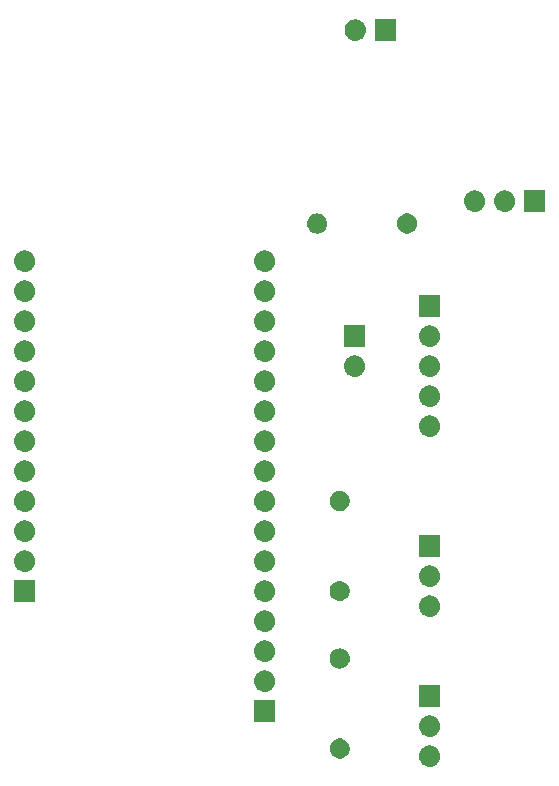
<source format=gbr>
G04 #@! TF.GenerationSoftware,KiCad,Pcbnew,5.0.2-bee76a0~70~ubuntu18.04.1*
G04 #@! TF.CreationDate,2019-07-26T20:49:16-04:00*
G04 #@! TF.ProjectId,knuth-gateway,6b6e7574-682d-4676-9174-657761792e6b,rev?*
G04 #@! TF.SameCoordinates,Original*
G04 #@! TF.FileFunction,Soldermask,Top*
G04 #@! TF.FilePolarity,Negative*
%FSLAX46Y46*%
G04 Gerber Fmt 4.6, Leading zero omitted, Abs format (unit mm)*
G04 Created by KiCad (PCBNEW 5.0.2-bee76a0~70~ubuntu18.04.1) date Fri 26 Jul 2019 08:49:16 PM EDT*
%MOMM*%
%LPD*%
G01*
G04 APERTURE LIST*
%ADD10C,0.100000*%
G04 APERTURE END LIST*
D10*
G36*
X252840442Y-115945518D02*
X252906627Y-115952037D01*
X253019853Y-115986384D01*
X253076467Y-116003557D01*
X253215087Y-116077652D01*
X253232991Y-116087222D01*
X253268729Y-116116552D01*
X253370186Y-116199814D01*
X253443227Y-116288816D01*
X253482778Y-116337009D01*
X253482779Y-116337011D01*
X253566443Y-116493533D01*
X253566443Y-116493534D01*
X253617963Y-116663373D01*
X253635359Y-116840000D01*
X253617963Y-117016627D01*
X253606019Y-117056000D01*
X253566443Y-117186467D01*
X253492348Y-117325087D01*
X253482778Y-117342991D01*
X253453448Y-117378729D01*
X253370186Y-117480186D01*
X253268729Y-117563448D01*
X253232991Y-117592778D01*
X253232989Y-117592779D01*
X253076467Y-117676443D01*
X253019853Y-117693616D01*
X252906627Y-117727963D01*
X252840442Y-117734482D01*
X252774260Y-117741000D01*
X252685740Y-117741000D01*
X252619558Y-117734482D01*
X252553373Y-117727963D01*
X252440147Y-117693616D01*
X252383533Y-117676443D01*
X252227011Y-117592779D01*
X252227009Y-117592778D01*
X252191271Y-117563448D01*
X252089814Y-117480186D01*
X252006552Y-117378729D01*
X251977222Y-117342991D01*
X251967652Y-117325087D01*
X251893557Y-117186467D01*
X251853981Y-117056000D01*
X251842037Y-117016627D01*
X251824641Y-116840000D01*
X251842037Y-116663373D01*
X251893557Y-116493534D01*
X251893557Y-116493533D01*
X251977221Y-116337011D01*
X251977222Y-116337009D01*
X252016773Y-116288816D01*
X252089814Y-116199814D01*
X252191271Y-116116552D01*
X252227009Y-116087222D01*
X252244913Y-116077652D01*
X252383533Y-116003557D01*
X252440147Y-115986384D01*
X252553373Y-115952037D01*
X252619558Y-115945518D01*
X252685740Y-115939000D01*
X252774260Y-115939000D01*
X252840442Y-115945518D01*
X252840442Y-115945518D01*
G37*
G36*
X245358228Y-115386703D02*
X245513100Y-115450853D01*
X245652481Y-115543985D01*
X245771015Y-115662519D01*
X245864147Y-115801900D01*
X245928297Y-115956772D01*
X245961000Y-116121184D01*
X245961000Y-116288816D01*
X245928297Y-116453228D01*
X245864147Y-116608100D01*
X245771015Y-116747481D01*
X245652481Y-116866015D01*
X245513100Y-116959147D01*
X245358228Y-117023297D01*
X245193816Y-117056000D01*
X245026184Y-117056000D01*
X244861772Y-117023297D01*
X244706900Y-116959147D01*
X244567519Y-116866015D01*
X244448985Y-116747481D01*
X244355853Y-116608100D01*
X244291703Y-116453228D01*
X244259000Y-116288816D01*
X244259000Y-116121184D01*
X244291703Y-115956772D01*
X244355853Y-115801900D01*
X244448985Y-115662519D01*
X244567519Y-115543985D01*
X244706900Y-115450853D01*
X244861772Y-115386703D01*
X245026184Y-115354000D01*
X245193816Y-115354000D01*
X245358228Y-115386703D01*
X245358228Y-115386703D01*
G37*
G36*
X252840443Y-113405519D02*
X252906627Y-113412037D01*
X253019853Y-113446384D01*
X253076467Y-113463557D01*
X253215087Y-113537652D01*
X253232991Y-113547222D01*
X253268729Y-113576552D01*
X253370186Y-113659814D01*
X253453448Y-113761271D01*
X253482778Y-113797009D01*
X253482779Y-113797011D01*
X253566443Y-113953533D01*
X253566443Y-113953534D01*
X253617963Y-114123373D01*
X253635359Y-114300000D01*
X253617963Y-114476627D01*
X253583616Y-114589853D01*
X253566443Y-114646467D01*
X253492348Y-114785087D01*
X253482778Y-114802991D01*
X253453448Y-114838729D01*
X253370186Y-114940186D01*
X253268729Y-115023448D01*
X253232991Y-115052778D01*
X253232989Y-115052779D01*
X253076467Y-115136443D01*
X253019853Y-115153616D01*
X252906627Y-115187963D01*
X252840442Y-115194482D01*
X252774260Y-115201000D01*
X252685740Y-115201000D01*
X252619558Y-115194482D01*
X252553373Y-115187963D01*
X252440147Y-115153616D01*
X252383533Y-115136443D01*
X252227011Y-115052779D01*
X252227009Y-115052778D01*
X252191271Y-115023448D01*
X252089814Y-114940186D01*
X252006552Y-114838729D01*
X251977222Y-114802991D01*
X251967652Y-114785087D01*
X251893557Y-114646467D01*
X251876384Y-114589853D01*
X251842037Y-114476627D01*
X251824641Y-114300000D01*
X251842037Y-114123373D01*
X251893557Y-113953534D01*
X251893557Y-113953533D01*
X251977221Y-113797011D01*
X251977222Y-113797009D01*
X252006552Y-113761271D01*
X252089814Y-113659814D01*
X252191271Y-113576552D01*
X252227009Y-113547222D01*
X252244913Y-113537652D01*
X252383533Y-113463557D01*
X252440147Y-113446384D01*
X252553373Y-113412037D01*
X252619557Y-113405519D01*
X252685740Y-113399000D01*
X252774260Y-113399000D01*
X252840443Y-113405519D01*
X252840443Y-113405519D01*
G37*
G36*
X239661000Y-113931000D02*
X237859000Y-113931000D01*
X237859000Y-112129000D01*
X239661000Y-112129000D01*
X239661000Y-113931000D01*
X239661000Y-113931000D01*
G37*
G36*
X253631000Y-112661000D02*
X251829000Y-112661000D01*
X251829000Y-110859000D01*
X253631000Y-110859000D01*
X253631000Y-112661000D01*
X253631000Y-112661000D01*
G37*
G36*
X238870442Y-109595518D02*
X238936627Y-109602037D01*
X239049853Y-109636384D01*
X239106467Y-109653557D01*
X239245087Y-109727652D01*
X239262991Y-109737222D01*
X239298729Y-109766552D01*
X239400186Y-109849814D01*
X239483448Y-109951271D01*
X239512778Y-109987009D01*
X239512779Y-109987011D01*
X239596443Y-110143533D01*
X239596443Y-110143534D01*
X239647963Y-110313373D01*
X239665359Y-110490000D01*
X239647963Y-110666627D01*
X239613616Y-110779853D01*
X239596443Y-110836467D01*
X239522348Y-110975087D01*
X239512778Y-110992991D01*
X239483448Y-111028729D01*
X239400186Y-111130186D01*
X239298729Y-111213448D01*
X239262991Y-111242778D01*
X239262989Y-111242779D01*
X239106467Y-111326443D01*
X239049853Y-111343616D01*
X238936627Y-111377963D01*
X238870443Y-111384481D01*
X238804260Y-111391000D01*
X238715740Y-111391000D01*
X238649557Y-111384481D01*
X238583373Y-111377963D01*
X238470147Y-111343616D01*
X238413533Y-111326443D01*
X238257011Y-111242779D01*
X238257009Y-111242778D01*
X238221271Y-111213448D01*
X238119814Y-111130186D01*
X238036552Y-111028729D01*
X238007222Y-110992991D01*
X237997652Y-110975087D01*
X237923557Y-110836467D01*
X237906384Y-110779853D01*
X237872037Y-110666627D01*
X237854641Y-110490000D01*
X237872037Y-110313373D01*
X237923557Y-110143534D01*
X237923557Y-110143533D01*
X238007221Y-109987011D01*
X238007222Y-109987009D01*
X238036552Y-109951271D01*
X238119814Y-109849814D01*
X238221271Y-109766552D01*
X238257009Y-109737222D01*
X238274913Y-109727652D01*
X238413533Y-109653557D01*
X238470147Y-109636384D01*
X238583373Y-109602037D01*
X238649558Y-109595518D01*
X238715740Y-109589000D01*
X238804260Y-109589000D01*
X238870442Y-109595518D01*
X238870442Y-109595518D01*
G37*
G36*
X245276821Y-107746313D02*
X245276824Y-107746314D01*
X245276825Y-107746314D01*
X245437239Y-107794975D01*
X245437241Y-107794976D01*
X245437244Y-107794977D01*
X245585078Y-107873995D01*
X245714659Y-107980341D01*
X245821005Y-108109922D01*
X245900023Y-108257756D01*
X245948687Y-108418179D01*
X245965117Y-108585000D01*
X245948687Y-108751821D01*
X245948686Y-108751824D01*
X245948686Y-108751825D01*
X245918602Y-108851000D01*
X245900023Y-108912244D01*
X245821005Y-109060078D01*
X245714659Y-109189659D01*
X245585078Y-109296005D01*
X245437244Y-109375023D01*
X245437241Y-109375024D01*
X245437239Y-109375025D01*
X245276825Y-109423686D01*
X245276824Y-109423686D01*
X245276821Y-109423687D01*
X245151804Y-109436000D01*
X245068196Y-109436000D01*
X244943179Y-109423687D01*
X244943176Y-109423686D01*
X244943175Y-109423686D01*
X244782761Y-109375025D01*
X244782759Y-109375024D01*
X244782756Y-109375023D01*
X244634922Y-109296005D01*
X244505341Y-109189659D01*
X244398995Y-109060078D01*
X244319977Y-108912244D01*
X244301399Y-108851000D01*
X244271314Y-108751825D01*
X244271314Y-108751824D01*
X244271313Y-108751821D01*
X244254883Y-108585000D01*
X244271313Y-108418179D01*
X244319977Y-108257756D01*
X244398995Y-108109922D01*
X244505341Y-107980341D01*
X244634922Y-107873995D01*
X244782756Y-107794977D01*
X244782759Y-107794976D01*
X244782761Y-107794975D01*
X244943175Y-107746314D01*
X244943176Y-107746314D01*
X244943179Y-107746313D01*
X245068196Y-107734000D01*
X245151804Y-107734000D01*
X245276821Y-107746313D01*
X245276821Y-107746313D01*
G37*
G36*
X238870442Y-107055518D02*
X238936627Y-107062037D01*
X239049853Y-107096384D01*
X239106467Y-107113557D01*
X239245087Y-107187652D01*
X239262991Y-107197222D01*
X239298729Y-107226552D01*
X239400186Y-107309814D01*
X239483448Y-107411271D01*
X239512778Y-107447009D01*
X239512779Y-107447011D01*
X239596443Y-107603533D01*
X239596443Y-107603534D01*
X239647963Y-107773373D01*
X239665359Y-107950000D01*
X239647963Y-108126627D01*
X239613616Y-108239853D01*
X239596443Y-108296467D01*
X239531388Y-108418175D01*
X239512778Y-108452991D01*
X239483448Y-108488729D01*
X239400186Y-108590186D01*
X239298729Y-108673448D01*
X239262991Y-108702778D01*
X239262989Y-108702779D01*
X239106467Y-108786443D01*
X239049853Y-108803616D01*
X238936627Y-108837963D01*
X238870442Y-108844482D01*
X238804260Y-108851000D01*
X238715740Y-108851000D01*
X238649558Y-108844482D01*
X238583373Y-108837963D01*
X238470147Y-108803616D01*
X238413533Y-108786443D01*
X238257011Y-108702779D01*
X238257009Y-108702778D01*
X238221271Y-108673448D01*
X238119814Y-108590186D01*
X238036552Y-108488729D01*
X238007222Y-108452991D01*
X237988612Y-108418175D01*
X237923557Y-108296467D01*
X237906384Y-108239853D01*
X237872037Y-108126627D01*
X237854641Y-107950000D01*
X237872037Y-107773373D01*
X237923557Y-107603534D01*
X237923557Y-107603533D01*
X238007221Y-107447011D01*
X238007222Y-107447009D01*
X238036552Y-107411271D01*
X238119814Y-107309814D01*
X238221271Y-107226552D01*
X238257009Y-107197222D01*
X238274913Y-107187652D01*
X238413533Y-107113557D01*
X238470147Y-107096384D01*
X238583373Y-107062037D01*
X238649558Y-107055518D01*
X238715740Y-107049000D01*
X238804260Y-107049000D01*
X238870442Y-107055518D01*
X238870442Y-107055518D01*
G37*
G36*
X238870443Y-104515519D02*
X238936627Y-104522037D01*
X239049853Y-104556384D01*
X239106467Y-104573557D01*
X239236363Y-104642989D01*
X239262991Y-104657222D01*
X239298729Y-104686552D01*
X239400186Y-104769814D01*
X239483448Y-104871271D01*
X239512778Y-104907009D01*
X239512779Y-104907011D01*
X239596443Y-105063533D01*
X239596443Y-105063534D01*
X239647963Y-105233373D01*
X239665359Y-105410000D01*
X239647963Y-105586627D01*
X239613616Y-105699853D01*
X239596443Y-105756467D01*
X239522348Y-105895087D01*
X239512778Y-105912991D01*
X239483448Y-105948729D01*
X239400186Y-106050186D01*
X239298729Y-106133448D01*
X239262991Y-106162778D01*
X239262989Y-106162779D01*
X239106467Y-106246443D01*
X239049853Y-106263616D01*
X238936627Y-106297963D01*
X238870442Y-106304482D01*
X238804260Y-106311000D01*
X238715740Y-106311000D01*
X238649558Y-106304482D01*
X238583373Y-106297963D01*
X238470147Y-106263616D01*
X238413533Y-106246443D01*
X238257011Y-106162779D01*
X238257009Y-106162778D01*
X238221271Y-106133448D01*
X238119814Y-106050186D01*
X238036552Y-105948729D01*
X238007222Y-105912991D01*
X237997652Y-105895087D01*
X237923557Y-105756467D01*
X237906384Y-105699853D01*
X237872037Y-105586627D01*
X237854641Y-105410000D01*
X237872037Y-105233373D01*
X237923557Y-105063534D01*
X237923557Y-105063533D01*
X238007221Y-104907011D01*
X238007222Y-104907009D01*
X238036552Y-104871271D01*
X238119814Y-104769814D01*
X238221271Y-104686552D01*
X238257009Y-104657222D01*
X238283637Y-104642989D01*
X238413533Y-104573557D01*
X238470147Y-104556384D01*
X238583373Y-104522037D01*
X238649557Y-104515519D01*
X238715740Y-104509000D01*
X238804260Y-104509000D01*
X238870443Y-104515519D01*
X238870443Y-104515519D01*
G37*
G36*
X252840443Y-103245519D02*
X252906627Y-103252037D01*
X253019853Y-103286384D01*
X253076467Y-103303557D01*
X253154146Y-103345078D01*
X253232991Y-103387222D01*
X253268729Y-103416552D01*
X253370186Y-103499814D01*
X253453448Y-103601271D01*
X253482778Y-103637009D01*
X253482779Y-103637011D01*
X253566443Y-103793533D01*
X253566443Y-103793534D01*
X253617963Y-103963373D01*
X253635359Y-104140000D01*
X253617963Y-104316627D01*
X253583616Y-104429853D01*
X253566443Y-104486467D01*
X253547430Y-104522037D01*
X253482778Y-104642991D01*
X253453448Y-104678729D01*
X253370186Y-104780186D01*
X253268729Y-104863448D01*
X253232991Y-104892778D01*
X253232989Y-104892779D01*
X253076467Y-104976443D01*
X253019853Y-104993616D01*
X252906627Y-105027963D01*
X252840442Y-105034482D01*
X252774260Y-105041000D01*
X252685740Y-105041000D01*
X252619557Y-105034481D01*
X252553373Y-105027963D01*
X252440147Y-104993616D01*
X252383533Y-104976443D01*
X252227011Y-104892779D01*
X252227009Y-104892778D01*
X252191271Y-104863448D01*
X252089814Y-104780186D01*
X252006552Y-104678729D01*
X251977222Y-104642991D01*
X251912570Y-104522037D01*
X251893557Y-104486467D01*
X251876384Y-104429853D01*
X251842037Y-104316627D01*
X251824641Y-104140000D01*
X251842037Y-103963373D01*
X251893557Y-103793534D01*
X251893557Y-103793533D01*
X251977221Y-103637011D01*
X251977222Y-103637009D01*
X252006552Y-103601271D01*
X252089814Y-103499814D01*
X252191271Y-103416552D01*
X252227009Y-103387222D01*
X252305854Y-103345078D01*
X252383533Y-103303557D01*
X252440147Y-103286384D01*
X252553373Y-103252037D01*
X252619558Y-103245518D01*
X252685740Y-103239000D01*
X252774260Y-103239000D01*
X252840443Y-103245519D01*
X252840443Y-103245519D01*
G37*
G36*
X219341000Y-103771000D02*
X217539000Y-103771000D01*
X217539000Y-101969000D01*
X219341000Y-101969000D01*
X219341000Y-103771000D01*
X219341000Y-103771000D01*
G37*
G36*
X238870442Y-101975518D02*
X238936627Y-101982037D01*
X239049853Y-102016384D01*
X239106467Y-102033557D01*
X239193311Y-102079977D01*
X239262991Y-102117222D01*
X239298729Y-102146552D01*
X239400186Y-102229814D01*
X239483448Y-102331271D01*
X239512778Y-102367009D01*
X239512779Y-102367011D01*
X239596443Y-102523533D01*
X239613616Y-102580147D01*
X239647963Y-102693373D01*
X239665359Y-102870000D01*
X239647963Y-103046627D01*
X239613616Y-103159853D01*
X239596443Y-103216467D01*
X239577430Y-103252037D01*
X239512778Y-103372991D01*
X239483448Y-103408729D01*
X239400186Y-103510186D01*
X239298729Y-103593448D01*
X239262991Y-103622778D01*
X239262989Y-103622779D01*
X239106467Y-103706443D01*
X239099069Y-103708687D01*
X238936627Y-103757963D01*
X238870443Y-103764481D01*
X238804260Y-103771000D01*
X238715740Y-103771000D01*
X238649557Y-103764481D01*
X238583373Y-103757963D01*
X238420931Y-103708687D01*
X238413533Y-103706443D01*
X238257011Y-103622779D01*
X238257009Y-103622778D01*
X238221271Y-103593448D01*
X238119814Y-103510186D01*
X238036552Y-103408729D01*
X238007222Y-103372991D01*
X237942570Y-103252037D01*
X237923557Y-103216467D01*
X237906384Y-103159853D01*
X237872037Y-103046627D01*
X237854641Y-102870000D01*
X237872037Y-102693373D01*
X237906384Y-102580147D01*
X237923557Y-102523533D01*
X238007221Y-102367011D01*
X238007222Y-102367009D01*
X238036552Y-102331271D01*
X238119814Y-102229814D01*
X238221271Y-102146552D01*
X238257009Y-102117222D01*
X238326689Y-102079977D01*
X238413533Y-102033557D01*
X238470147Y-102016384D01*
X238583373Y-101982037D01*
X238649558Y-101975518D01*
X238715740Y-101969000D01*
X238804260Y-101969000D01*
X238870442Y-101975518D01*
X238870442Y-101975518D01*
G37*
G36*
X245276821Y-102031313D02*
X245276824Y-102031314D01*
X245276825Y-102031314D01*
X245437239Y-102079975D01*
X245437241Y-102079976D01*
X245437244Y-102079977D01*
X245585078Y-102158995D01*
X245714659Y-102265341D01*
X245821005Y-102394922D01*
X245900023Y-102542756D01*
X245900024Y-102542759D01*
X245900025Y-102542761D01*
X245945713Y-102693375D01*
X245948687Y-102703179D01*
X245965117Y-102870000D01*
X245948687Y-103036821D01*
X245948686Y-103036824D01*
X245948686Y-103036825D01*
X245945713Y-103046627D01*
X245900023Y-103197244D01*
X245821005Y-103345078D01*
X245714659Y-103474659D01*
X245585078Y-103581005D01*
X245437244Y-103660023D01*
X245437241Y-103660024D01*
X245437239Y-103660025D01*
X245276825Y-103708686D01*
X245276824Y-103708686D01*
X245276821Y-103708687D01*
X245151804Y-103721000D01*
X245068196Y-103721000D01*
X244943179Y-103708687D01*
X244943176Y-103708686D01*
X244943175Y-103708686D01*
X244782761Y-103660025D01*
X244782759Y-103660024D01*
X244782756Y-103660023D01*
X244634922Y-103581005D01*
X244505341Y-103474659D01*
X244398995Y-103345078D01*
X244319977Y-103197244D01*
X244274288Y-103046627D01*
X244271314Y-103036825D01*
X244271314Y-103036824D01*
X244271313Y-103036821D01*
X244254883Y-102870000D01*
X244271313Y-102703179D01*
X244274287Y-102693375D01*
X244319975Y-102542761D01*
X244319976Y-102542759D01*
X244319977Y-102542756D01*
X244398995Y-102394922D01*
X244505341Y-102265341D01*
X244634922Y-102158995D01*
X244782756Y-102079977D01*
X244782759Y-102079976D01*
X244782761Y-102079975D01*
X244943175Y-102031314D01*
X244943176Y-102031314D01*
X244943179Y-102031313D01*
X245068196Y-102019000D01*
X245151804Y-102019000D01*
X245276821Y-102031313D01*
X245276821Y-102031313D01*
G37*
G36*
X252840443Y-100705519D02*
X252906627Y-100712037D01*
X253019853Y-100746384D01*
X253076467Y-100763557D01*
X253206363Y-100832989D01*
X253232991Y-100847222D01*
X253268729Y-100876552D01*
X253370186Y-100959814D01*
X253453448Y-101061271D01*
X253482778Y-101097009D01*
X253482779Y-101097011D01*
X253566443Y-101253533D01*
X253566443Y-101253534D01*
X253617963Y-101423373D01*
X253635359Y-101600000D01*
X253617963Y-101776627D01*
X253583616Y-101889853D01*
X253566443Y-101946467D01*
X253519892Y-102033557D01*
X253482778Y-102102991D01*
X253453448Y-102138729D01*
X253370186Y-102240186D01*
X253268729Y-102323448D01*
X253232991Y-102352778D01*
X253232989Y-102352779D01*
X253076467Y-102436443D01*
X253019853Y-102453616D01*
X252906627Y-102487963D01*
X252840442Y-102494482D01*
X252774260Y-102501000D01*
X252685740Y-102501000D01*
X252619558Y-102494482D01*
X252553373Y-102487963D01*
X252440147Y-102453616D01*
X252383533Y-102436443D01*
X252227011Y-102352779D01*
X252227009Y-102352778D01*
X252191271Y-102323448D01*
X252089814Y-102240186D01*
X252006552Y-102138729D01*
X251977222Y-102102991D01*
X251940108Y-102033557D01*
X251893557Y-101946467D01*
X251876384Y-101889853D01*
X251842037Y-101776627D01*
X251824641Y-101600000D01*
X251842037Y-101423373D01*
X251893557Y-101253534D01*
X251893557Y-101253533D01*
X251977221Y-101097011D01*
X251977222Y-101097009D01*
X252006552Y-101061271D01*
X252089814Y-100959814D01*
X252191271Y-100876552D01*
X252227009Y-100847222D01*
X252253637Y-100832989D01*
X252383533Y-100763557D01*
X252440147Y-100746384D01*
X252553373Y-100712037D01*
X252619557Y-100705519D01*
X252685740Y-100699000D01*
X252774260Y-100699000D01*
X252840443Y-100705519D01*
X252840443Y-100705519D01*
G37*
G36*
X218550443Y-99435519D02*
X218616627Y-99442037D01*
X218729853Y-99476384D01*
X218786467Y-99493557D01*
X218925087Y-99567652D01*
X218942991Y-99577222D01*
X218978729Y-99606552D01*
X219080186Y-99689814D01*
X219163448Y-99791271D01*
X219192778Y-99827009D01*
X219192779Y-99827011D01*
X219276443Y-99983533D01*
X219276443Y-99983534D01*
X219327963Y-100153373D01*
X219345359Y-100330000D01*
X219327963Y-100506627D01*
X219293616Y-100619853D01*
X219276443Y-100676467D01*
X219257430Y-100712037D01*
X219192778Y-100832991D01*
X219163448Y-100868729D01*
X219080186Y-100970186D01*
X218978729Y-101053448D01*
X218942991Y-101082778D01*
X218942989Y-101082779D01*
X218786467Y-101166443D01*
X218729853Y-101183616D01*
X218616627Y-101217963D01*
X218550443Y-101224481D01*
X218484260Y-101231000D01*
X218395740Y-101231000D01*
X218329558Y-101224482D01*
X218263373Y-101217963D01*
X218150147Y-101183616D01*
X218093533Y-101166443D01*
X217937011Y-101082779D01*
X217937009Y-101082778D01*
X217901271Y-101053448D01*
X217799814Y-100970186D01*
X217716552Y-100868729D01*
X217687222Y-100832991D01*
X217622570Y-100712037D01*
X217603557Y-100676467D01*
X217586384Y-100619853D01*
X217552037Y-100506627D01*
X217534641Y-100330000D01*
X217552037Y-100153373D01*
X217603557Y-99983534D01*
X217603557Y-99983533D01*
X217687221Y-99827011D01*
X217687222Y-99827009D01*
X217716552Y-99791271D01*
X217799814Y-99689814D01*
X217901271Y-99606552D01*
X217937009Y-99577222D01*
X217954913Y-99567652D01*
X218093533Y-99493557D01*
X218150147Y-99476384D01*
X218263373Y-99442037D01*
X218329558Y-99435518D01*
X218395740Y-99429000D01*
X218484260Y-99429000D01*
X218550443Y-99435519D01*
X218550443Y-99435519D01*
G37*
G36*
X238870443Y-99435519D02*
X238936627Y-99442037D01*
X239049853Y-99476384D01*
X239106467Y-99493557D01*
X239245087Y-99567652D01*
X239262991Y-99577222D01*
X239298729Y-99606552D01*
X239400186Y-99689814D01*
X239483448Y-99791271D01*
X239512778Y-99827009D01*
X239512779Y-99827011D01*
X239596443Y-99983533D01*
X239596443Y-99983534D01*
X239647963Y-100153373D01*
X239665359Y-100330000D01*
X239647963Y-100506627D01*
X239613616Y-100619853D01*
X239596443Y-100676467D01*
X239577430Y-100712037D01*
X239512778Y-100832991D01*
X239483448Y-100868729D01*
X239400186Y-100970186D01*
X239298729Y-101053448D01*
X239262991Y-101082778D01*
X239262989Y-101082779D01*
X239106467Y-101166443D01*
X239049853Y-101183616D01*
X238936627Y-101217963D01*
X238870443Y-101224481D01*
X238804260Y-101231000D01*
X238715740Y-101231000D01*
X238649558Y-101224482D01*
X238583373Y-101217963D01*
X238470147Y-101183616D01*
X238413533Y-101166443D01*
X238257011Y-101082779D01*
X238257009Y-101082778D01*
X238221271Y-101053448D01*
X238119814Y-100970186D01*
X238036552Y-100868729D01*
X238007222Y-100832991D01*
X237942570Y-100712037D01*
X237923557Y-100676467D01*
X237906384Y-100619853D01*
X237872037Y-100506627D01*
X237854641Y-100330000D01*
X237872037Y-100153373D01*
X237923557Y-99983534D01*
X237923557Y-99983533D01*
X238007221Y-99827011D01*
X238007222Y-99827009D01*
X238036552Y-99791271D01*
X238119814Y-99689814D01*
X238221271Y-99606552D01*
X238257009Y-99577222D01*
X238274913Y-99567652D01*
X238413533Y-99493557D01*
X238470147Y-99476384D01*
X238583373Y-99442037D01*
X238649558Y-99435518D01*
X238715740Y-99429000D01*
X238804260Y-99429000D01*
X238870443Y-99435519D01*
X238870443Y-99435519D01*
G37*
G36*
X253631000Y-99961000D02*
X251829000Y-99961000D01*
X251829000Y-98159000D01*
X253631000Y-98159000D01*
X253631000Y-99961000D01*
X253631000Y-99961000D01*
G37*
G36*
X218550442Y-96895518D02*
X218616627Y-96902037D01*
X218729853Y-96936384D01*
X218786467Y-96953557D01*
X218925087Y-97027652D01*
X218942991Y-97037222D01*
X218978729Y-97066552D01*
X219080186Y-97149814D01*
X219163448Y-97251271D01*
X219192778Y-97287009D01*
X219192779Y-97287011D01*
X219276443Y-97443533D01*
X219276443Y-97443534D01*
X219327963Y-97613373D01*
X219345359Y-97790000D01*
X219327963Y-97966627D01*
X219293616Y-98079853D01*
X219276443Y-98136467D01*
X219202348Y-98275087D01*
X219192778Y-98292991D01*
X219163448Y-98328729D01*
X219080186Y-98430186D01*
X218978729Y-98513448D01*
X218942991Y-98542778D01*
X218942989Y-98542779D01*
X218786467Y-98626443D01*
X218729853Y-98643616D01*
X218616627Y-98677963D01*
X218550442Y-98684482D01*
X218484260Y-98691000D01*
X218395740Y-98691000D01*
X218329558Y-98684482D01*
X218263373Y-98677963D01*
X218150147Y-98643616D01*
X218093533Y-98626443D01*
X217937011Y-98542779D01*
X217937009Y-98542778D01*
X217901271Y-98513448D01*
X217799814Y-98430186D01*
X217716552Y-98328729D01*
X217687222Y-98292991D01*
X217677652Y-98275087D01*
X217603557Y-98136467D01*
X217586384Y-98079853D01*
X217552037Y-97966627D01*
X217534641Y-97790000D01*
X217552037Y-97613373D01*
X217603557Y-97443534D01*
X217603557Y-97443533D01*
X217687221Y-97287011D01*
X217687222Y-97287009D01*
X217716552Y-97251271D01*
X217799814Y-97149814D01*
X217901271Y-97066552D01*
X217937009Y-97037222D01*
X217954913Y-97027652D01*
X218093533Y-96953557D01*
X218150147Y-96936384D01*
X218263373Y-96902037D01*
X218329558Y-96895518D01*
X218395740Y-96889000D01*
X218484260Y-96889000D01*
X218550442Y-96895518D01*
X218550442Y-96895518D01*
G37*
G36*
X238870442Y-96895518D02*
X238936627Y-96902037D01*
X239049853Y-96936384D01*
X239106467Y-96953557D01*
X239245087Y-97027652D01*
X239262991Y-97037222D01*
X239298729Y-97066552D01*
X239400186Y-97149814D01*
X239483448Y-97251271D01*
X239512778Y-97287009D01*
X239512779Y-97287011D01*
X239596443Y-97443533D01*
X239596443Y-97443534D01*
X239647963Y-97613373D01*
X239665359Y-97790000D01*
X239647963Y-97966627D01*
X239613616Y-98079853D01*
X239596443Y-98136467D01*
X239522348Y-98275087D01*
X239512778Y-98292991D01*
X239483448Y-98328729D01*
X239400186Y-98430186D01*
X239298729Y-98513448D01*
X239262991Y-98542778D01*
X239262989Y-98542779D01*
X239106467Y-98626443D01*
X239049853Y-98643616D01*
X238936627Y-98677963D01*
X238870442Y-98684482D01*
X238804260Y-98691000D01*
X238715740Y-98691000D01*
X238649558Y-98684482D01*
X238583373Y-98677963D01*
X238470147Y-98643616D01*
X238413533Y-98626443D01*
X238257011Y-98542779D01*
X238257009Y-98542778D01*
X238221271Y-98513448D01*
X238119814Y-98430186D01*
X238036552Y-98328729D01*
X238007222Y-98292991D01*
X237997652Y-98275087D01*
X237923557Y-98136467D01*
X237906384Y-98079853D01*
X237872037Y-97966627D01*
X237854641Y-97790000D01*
X237872037Y-97613373D01*
X237923557Y-97443534D01*
X237923557Y-97443533D01*
X238007221Y-97287011D01*
X238007222Y-97287009D01*
X238036552Y-97251271D01*
X238119814Y-97149814D01*
X238221271Y-97066552D01*
X238257009Y-97037222D01*
X238274913Y-97027652D01*
X238413533Y-96953557D01*
X238470147Y-96936384D01*
X238583373Y-96902037D01*
X238649558Y-96895518D01*
X238715740Y-96889000D01*
X238804260Y-96889000D01*
X238870442Y-96895518D01*
X238870442Y-96895518D01*
G37*
G36*
X218550442Y-94355518D02*
X218616627Y-94362037D01*
X218729853Y-94396384D01*
X218786467Y-94413557D01*
X218925087Y-94487652D01*
X218942991Y-94497222D01*
X218978729Y-94526552D01*
X219080186Y-94609814D01*
X219160369Y-94707519D01*
X219192778Y-94747009D01*
X219192779Y-94747011D01*
X219276443Y-94903533D01*
X219276443Y-94903534D01*
X219327963Y-95073373D01*
X219345359Y-95250000D01*
X219327963Y-95426627D01*
X219306243Y-95498228D01*
X219276443Y-95596467D01*
X219202348Y-95735087D01*
X219192778Y-95752991D01*
X219163448Y-95788729D01*
X219080186Y-95890186D01*
X218978729Y-95973448D01*
X218942991Y-96002778D01*
X218942989Y-96002779D01*
X218786467Y-96086443D01*
X218738478Y-96101000D01*
X218616627Y-96137963D01*
X218550443Y-96144481D01*
X218484260Y-96151000D01*
X218395740Y-96151000D01*
X218329558Y-96144482D01*
X218263373Y-96137963D01*
X218141522Y-96101000D01*
X218093533Y-96086443D01*
X217937011Y-96002779D01*
X217937009Y-96002778D01*
X217901271Y-95973448D01*
X217799814Y-95890186D01*
X217716552Y-95788729D01*
X217687222Y-95752991D01*
X217677652Y-95735087D01*
X217603557Y-95596467D01*
X217573757Y-95498228D01*
X217552037Y-95426627D01*
X217534641Y-95250000D01*
X217552037Y-95073373D01*
X217603557Y-94903534D01*
X217603557Y-94903533D01*
X217687221Y-94747011D01*
X217687222Y-94747009D01*
X217719631Y-94707519D01*
X217799814Y-94609814D01*
X217901271Y-94526552D01*
X217937009Y-94497222D01*
X217954913Y-94487652D01*
X218093533Y-94413557D01*
X218150147Y-94396384D01*
X218263373Y-94362037D01*
X218329557Y-94355519D01*
X218395740Y-94349000D01*
X218484260Y-94349000D01*
X218550442Y-94355518D01*
X218550442Y-94355518D01*
G37*
G36*
X238870442Y-94355518D02*
X238936627Y-94362037D01*
X239049853Y-94396384D01*
X239106467Y-94413557D01*
X239245087Y-94487652D01*
X239262991Y-94497222D01*
X239298729Y-94526552D01*
X239400186Y-94609814D01*
X239480369Y-94707519D01*
X239512778Y-94747009D01*
X239512779Y-94747011D01*
X239596443Y-94903533D01*
X239596443Y-94903534D01*
X239647963Y-95073373D01*
X239665359Y-95250000D01*
X239647963Y-95426627D01*
X239626243Y-95498228D01*
X239596443Y-95596467D01*
X239522348Y-95735087D01*
X239512778Y-95752991D01*
X239483448Y-95788729D01*
X239400186Y-95890186D01*
X239298729Y-95973448D01*
X239262991Y-96002778D01*
X239262989Y-96002779D01*
X239106467Y-96086443D01*
X239058478Y-96101000D01*
X238936627Y-96137963D01*
X238870443Y-96144481D01*
X238804260Y-96151000D01*
X238715740Y-96151000D01*
X238649558Y-96144482D01*
X238583373Y-96137963D01*
X238461522Y-96101000D01*
X238413533Y-96086443D01*
X238257011Y-96002779D01*
X238257009Y-96002778D01*
X238221271Y-95973448D01*
X238119814Y-95890186D01*
X238036552Y-95788729D01*
X238007222Y-95752991D01*
X237997652Y-95735087D01*
X237923557Y-95596467D01*
X237893757Y-95498228D01*
X237872037Y-95426627D01*
X237854641Y-95250000D01*
X237872037Y-95073373D01*
X237923557Y-94903534D01*
X237923557Y-94903533D01*
X238007221Y-94747011D01*
X238007222Y-94747009D01*
X238039631Y-94707519D01*
X238119814Y-94609814D01*
X238221271Y-94526552D01*
X238257009Y-94497222D01*
X238274913Y-94487652D01*
X238413533Y-94413557D01*
X238470147Y-94396384D01*
X238583373Y-94362037D01*
X238649557Y-94355519D01*
X238715740Y-94349000D01*
X238804260Y-94349000D01*
X238870442Y-94355518D01*
X238870442Y-94355518D01*
G37*
G36*
X245358228Y-94431703D02*
X245513100Y-94495853D01*
X245652481Y-94588985D01*
X245771015Y-94707519D01*
X245864147Y-94846900D01*
X245928297Y-95001772D01*
X245961000Y-95166184D01*
X245961000Y-95333816D01*
X245928297Y-95498228D01*
X245864147Y-95653100D01*
X245771015Y-95792481D01*
X245652481Y-95911015D01*
X245513100Y-96004147D01*
X245358228Y-96068297D01*
X245193816Y-96101000D01*
X245026184Y-96101000D01*
X244861772Y-96068297D01*
X244706900Y-96004147D01*
X244567519Y-95911015D01*
X244448985Y-95792481D01*
X244355853Y-95653100D01*
X244291703Y-95498228D01*
X244259000Y-95333816D01*
X244259000Y-95166184D01*
X244291703Y-95001772D01*
X244355853Y-94846900D01*
X244448985Y-94707519D01*
X244567519Y-94588985D01*
X244706900Y-94495853D01*
X244861772Y-94431703D01*
X245026184Y-94399000D01*
X245193816Y-94399000D01*
X245358228Y-94431703D01*
X245358228Y-94431703D01*
G37*
G36*
X218550442Y-91815518D02*
X218616627Y-91822037D01*
X218729853Y-91856384D01*
X218786467Y-91873557D01*
X218925087Y-91947652D01*
X218942991Y-91957222D01*
X218978729Y-91986552D01*
X219080186Y-92069814D01*
X219163448Y-92171271D01*
X219192778Y-92207009D01*
X219192779Y-92207011D01*
X219276443Y-92363533D01*
X219276443Y-92363534D01*
X219327963Y-92533373D01*
X219345359Y-92710000D01*
X219327963Y-92886627D01*
X219293616Y-92999853D01*
X219276443Y-93056467D01*
X219202348Y-93195087D01*
X219192778Y-93212991D01*
X219163448Y-93248729D01*
X219080186Y-93350186D01*
X218978729Y-93433448D01*
X218942991Y-93462778D01*
X218942989Y-93462779D01*
X218786467Y-93546443D01*
X218729853Y-93563616D01*
X218616627Y-93597963D01*
X218550442Y-93604482D01*
X218484260Y-93611000D01*
X218395740Y-93611000D01*
X218329557Y-93604481D01*
X218263373Y-93597963D01*
X218150147Y-93563616D01*
X218093533Y-93546443D01*
X217937011Y-93462779D01*
X217937009Y-93462778D01*
X217901271Y-93433448D01*
X217799814Y-93350186D01*
X217716552Y-93248729D01*
X217687222Y-93212991D01*
X217677652Y-93195087D01*
X217603557Y-93056467D01*
X217586384Y-92999853D01*
X217552037Y-92886627D01*
X217534641Y-92710000D01*
X217552037Y-92533373D01*
X217603557Y-92363534D01*
X217603557Y-92363533D01*
X217687221Y-92207011D01*
X217687222Y-92207009D01*
X217716552Y-92171271D01*
X217799814Y-92069814D01*
X217901271Y-91986552D01*
X217937009Y-91957222D01*
X217954913Y-91947652D01*
X218093533Y-91873557D01*
X218150147Y-91856384D01*
X218263373Y-91822037D01*
X218329558Y-91815518D01*
X218395740Y-91809000D01*
X218484260Y-91809000D01*
X218550442Y-91815518D01*
X218550442Y-91815518D01*
G37*
G36*
X238870442Y-91815518D02*
X238936627Y-91822037D01*
X239049853Y-91856384D01*
X239106467Y-91873557D01*
X239245087Y-91947652D01*
X239262991Y-91957222D01*
X239298729Y-91986552D01*
X239400186Y-92069814D01*
X239483448Y-92171271D01*
X239512778Y-92207009D01*
X239512779Y-92207011D01*
X239596443Y-92363533D01*
X239596443Y-92363534D01*
X239647963Y-92533373D01*
X239665359Y-92710000D01*
X239647963Y-92886627D01*
X239613616Y-92999853D01*
X239596443Y-93056467D01*
X239522348Y-93195087D01*
X239512778Y-93212991D01*
X239483448Y-93248729D01*
X239400186Y-93350186D01*
X239298729Y-93433448D01*
X239262991Y-93462778D01*
X239262989Y-93462779D01*
X239106467Y-93546443D01*
X239049853Y-93563616D01*
X238936627Y-93597963D01*
X238870442Y-93604482D01*
X238804260Y-93611000D01*
X238715740Y-93611000D01*
X238649557Y-93604481D01*
X238583373Y-93597963D01*
X238470147Y-93563616D01*
X238413533Y-93546443D01*
X238257011Y-93462779D01*
X238257009Y-93462778D01*
X238221271Y-93433448D01*
X238119814Y-93350186D01*
X238036552Y-93248729D01*
X238007222Y-93212991D01*
X237997652Y-93195087D01*
X237923557Y-93056467D01*
X237906384Y-92999853D01*
X237872037Y-92886627D01*
X237854641Y-92710000D01*
X237872037Y-92533373D01*
X237923557Y-92363534D01*
X237923557Y-92363533D01*
X238007221Y-92207011D01*
X238007222Y-92207009D01*
X238036552Y-92171271D01*
X238119814Y-92069814D01*
X238221271Y-91986552D01*
X238257009Y-91957222D01*
X238274913Y-91947652D01*
X238413533Y-91873557D01*
X238470147Y-91856384D01*
X238583373Y-91822037D01*
X238649558Y-91815518D01*
X238715740Y-91809000D01*
X238804260Y-91809000D01*
X238870442Y-91815518D01*
X238870442Y-91815518D01*
G37*
G36*
X218550443Y-89275519D02*
X218616627Y-89282037D01*
X218729853Y-89316384D01*
X218786467Y-89333557D01*
X218916363Y-89402989D01*
X218942991Y-89417222D01*
X218978729Y-89446552D01*
X219080186Y-89529814D01*
X219163448Y-89631271D01*
X219192778Y-89667009D01*
X219192779Y-89667011D01*
X219276443Y-89823533D01*
X219276443Y-89823534D01*
X219327963Y-89993373D01*
X219345359Y-90170000D01*
X219327963Y-90346627D01*
X219293616Y-90459853D01*
X219276443Y-90516467D01*
X219202348Y-90655087D01*
X219192778Y-90672991D01*
X219163448Y-90708729D01*
X219080186Y-90810186D01*
X218978729Y-90893448D01*
X218942991Y-90922778D01*
X218942989Y-90922779D01*
X218786467Y-91006443D01*
X218729853Y-91023616D01*
X218616627Y-91057963D01*
X218550442Y-91064482D01*
X218484260Y-91071000D01*
X218395740Y-91071000D01*
X218329558Y-91064482D01*
X218263373Y-91057963D01*
X218150147Y-91023616D01*
X218093533Y-91006443D01*
X217937011Y-90922779D01*
X217937009Y-90922778D01*
X217901271Y-90893448D01*
X217799814Y-90810186D01*
X217716552Y-90708729D01*
X217687222Y-90672991D01*
X217677652Y-90655087D01*
X217603557Y-90516467D01*
X217586384Y-90459853D01*
X217552037Y-90346627D01*
X217534641Y-90170000D01*
X217552037Y-89993373D01*
X217603557Y-89823534D01*
X217603557Y-89823533D01*
X217687221Y-89667011D01*
X217687222Y-89667009D01*
X217716552Y-89631271D01*
X217799814Y-89529814D01*
X217901271Y-89446552D01*
X217937009Y-89417222D01*
X217963637Y-89402989D01*
X218093533Y-89333557D01*
X218150147Y-89316384D01*
X218263373Y-89282037D01*
X218329557Y-89275519D01*
X218395740Y-89269000D01*
X218484260Y-89269000D01*
X218550443Y-89275519D01*
X218550443Y-89275519D01*
G37*
G36*
X238870443Y-89275519D02*
X238936627Y-89282037D01*
X239049853Y-89316384D01*
X239106467Y-89333557D01*
X239236363Y-89402989D01*
X239262991Y-89417222D01*
X239298729Y-89446552D01*
X239400186Y-89529814D01*
X239483448Y-89631271D01*
X239512778Y-89667009D01*
X239512779Y-89667011D01*
X239596443Y-89823533D01*
X239596443Y-89823534D01*
X239647963Y-89993373D01*
X239665359Y-90170000D01*
X239647963Y-90346627D01*
X239613616Y-90459853D01*
X239596443Y-90516467D01*
X239522348Y-90655087D01*
X239512778Y-90672991D01*
X239483448Y-90708729D01*
X239400186Y-90810186D01*
X239298729Y-90893448D01*
X239262991Y-90922778D01*
X239262989Y-90922779D01*
X239106467Y-91006443D01*
X239049853Y-91023616D01*
X238936627Y-91057963D01*
X238870442Y-91064482D01*
X238804260Y-91071000D01*
X238715740Y-91071000D01*
X238649558Y-91064482D01*
X238583373Y-91057963D01*
X238470147Y-91023616D01*
X238413533Y-91006443D01*
X238257011Y-90922779D01*
X238257009Y-90922778D01*
X238221271Y-90893448D01*
X238119814Y-90810186D01*
X238036552Y-90708729D01*
X238007222Y-90672991D01*
X237997652Y-90655087D01*
X237923557Y-90516467D01*
X237906384Y-90459853D01*
X237872037Y-90346627D01*
X237854641Y-90170000D01*
X237872037Y-89993373D01*
X237923557Y-89823534D01*
X237923557Y-89823533D01*
X238007221Y-89667011D01*
X238007222Y-89667009D01*
X238036552Y-89631271D01*
X238119814Y-89529814D01*
X238221271Y-89446552D01*
X238257009Y-89417222D01*
X238283637Y-89402989D01*
X238413533Y-89333557D01*
X238470147Y-89316384D01*
X238583373Y-89282037D01*
X238649557Y-89275519D01*
X238715740Y-89269000D01*
X238804260Y-89269000D01*
X238870443Y-89275519D01*
X238870443Y-89275519D01*
G37*
G36*
X252840443Y-88005519D02*
X252906627Y-88012037D01*
X253019853Y-88046384D01*
X253076467Y-88063557D01*
X253206363Y-88132989D01*
X253232991Y-88147222D01*
X253268729Y-88176552D01*
X253370186Y-88259814D01*
X253453448Y-88361271D01*
X253482778Y-88397009D01*
X253482779Y-88397011D01*
X253566443Y-88553533D01*
X253566443Y-88553534D01*
X253617963Y-88723373D01*
X253635359Y-88900000D01*
X253617963Y-89076627D01*
X253583616Y-89189853D01*
X253566443Y-89246467D01*
X253547430Y-89282037D01*
X253482778Y-89402991D01*
X253453448Y-89438729D01*
X253370186Y-89540186D01*
X253268729Y-89623448D01*
X253232991Y-89652778D01*
X253232989Y-89652779D01*
X253076467Y-89736443D01*
X253019853Y-89753616D01*
X252906627Y-89787963D01*
X252840443Y-89794481D01*
X252774260Y-89801000D01*
X252685740Y-89801000D01*
X252619557Y-89794481D01*
X252553373Y-89787963D01*
X252440147Y-89753616D01*
X252383533Y-89736443D01*
X252227011Y-89652779D01*
X252227009Y-89652778D01*
X252191271Y-89623448D01*
X252089814Y-89540186D01*
X252006552Y-89438729D01*
X251977222Y-89402991D01*
X251912570Y-89282037D01*
X251893557Y-89246467D01*
X251876384Y-89189853D01*
X251842037Y-89076627D01*
X251824641Y-88900000D01*
X251842037Y-88723373D01*
X251893557Y-88553534D01*
X251893557Y-88553533D01*
X251977221Y-88397011D01*
X251977222Y-88397009D01*
X252006552Y-88361271D01*
X252089814Y-88259814D01*
X252191271Y-88176552D01*
X252227009Y-88147222D01*
X252253637Y-88132989D01*
X252383533Y-88063557D01*
X252440147Y-88046384D01*
X252553373Y-88012037D01*
X252619558Y-88005518D01*
X252685740Y-87999000D01*
X252774260Y-87999000D01*
X252840443Y-88005519D01*
X252840443Y-88005519D01*
G37*
G36*
X238870442Y-86735518D02*
X238936627Y-86742037D01*
X239049853Y-86776384D01*
X239106467Y-86793557D01*
X239236363Y-86862989D01*
X239262991Y-86877222D01*
X239298729Y-86906552D01*
X239400186Y-86989814D01*
X239483448Y-87091271D01*
X239512778Y-87127009D01*
X239512779Y-87127011D01*
X239596443Y-87283533D01*
X239596443Y-87283534D01*
X239647963Y-87453373D01*
X239665359Y-87630000D01*
X239647963Y-87806627D01*
X239613616Y-87919853D01*
X239596443Y-87976467D01*
X239577430Y-88012037D01*
X239512778Y-88132991D01*
X239483448Y-88168729D01*
X239400186Y-88270186D01*
X239298729Y-88353448D01*
X239262991Y-88382778D01*
X239262989Y-88382779D01*
X239106467Y-88466443D01*
X239049853Y-88483616D01*
X238936627Y-88517963D01*
X238870442Y-88524482D01*
X238804260Y-88531000D01*
X238715740Y-88531000D01*
X238649558Y-88524482D01*
X238583373Y-88517963D01*
X238470147Y-88483616D01*
X238413533Y-88466443D01*
X238257011Y-88382779D01*
X238257009Y-88382778D01*
X238221271Y-88353448D01*
X238119814Y-88270186D01*
X238036552Y-88168729D01*
X238007222Y-88132991D01*
X237942570Y-88012037D01*
X237923557Y-87976467D01*
X237906384Y-87919853D01*
X237872037Y-87806627D01*
X237854641Y-87630000D01*
X237872037Y-87453373D01*
X237923557Y-87283534D01*
X237923557Y-87283533D01*
X238007221Y-87127011D01*
X238007222Y-87127009D01*
X238036552Y-87091271D01*
X238119814Y-86989814D01*
X238221271Y-86906552D01*
X238257009Y-86877222D01*
X238283637Y-86862989D01*
X238413533Y-86793557D01*
X238470147Y-86776384D01*
X238583373Y-86742037D01*
X238649558Y-86735518D01*
X238715740Y-86729000D01*
X238804260Y-86729000D01*
X238870442Y-86735518D01*
X238870442Y-86735518D01*
G37*
G36*
X218550442Y-86735518D02*
X218616627Y-86742037D01*
X218729853Y-86776384D01*
X218786467Y-86793557D01*
X218916363Y-86862989D01*
X218942991Y-86877222D01*
X218978729Y-86906552D01*
X219080186Y-86989814D01*
X219163448Y-87091271D01*
X219192778Y-87127009D01*
X219192779Y-87127011D01*
X219276443Y-87283533D01*
X219276443Y-87283534D01*
X219327963Y-87453373D01*
X219345359Y-87630000D01*
X219327963Y-87806627D01*
X219293616Y-87919853D01*
X219276443Y-87976467D01*
X219257430Y-88012037D01*
X219192778Y-88132991D01*
X219163448Y-88168729D01*
X219080186Y-88270186D01*
X218978729Y-88353448D01*
X218942991Y-88382778D01*
X218942989Y-88382779D01*
X218786467Y-88466443D01*
X218729853Y-88483616D01*
X218616627Y-88517963D01*
X218550442Y-88524482D01*
X218484260Y-88531000D01*
X218395740Y-88531000D01*
X218329558Y-88524482D01*
X218263373Y-88517963D01*
X218150147Y-88483616D01*
X218093533Y-88466443D01*
X217937011Y-88382779D01*
X217937009Y-88382778D01*
X217901271Y-88353448D01*
X217799814Y-88270186D01*
X217716552Y-88168729D01*
X217687222Y-88132991D01*
X217622570Y-88012037D01*
X217603557Y-87976467D01*
X217586384Y-87919853D01*
X217552037Y-87806627D01*
X217534641Y-87630000D01*
X217552037Y-87453373D01*
X217603557Y-87283534D01*
X217603557Y-87283533D01*
X217687221Y-87127011D01*
X217687222Y-87127009D01*
X217716552Y-87091271D01*
X217799814Y-86989814D01*
X217901271Y-86906552D01*
X217937009Y-86877222D01*
X217963637Y-86862989D01*
X218093533Y-86793557D01*
X218150147Y-86776384D01*
X218263373Y-86742037D01*
X218329558Y-86735518D01*
X218395740Y-86729000D01*
X218484260Y-86729000D01*
X218550442Y-86735518D01*
X218550442Y-86735518D01*
G37*
G36*
X252840442Y-85465518D02*
X252906627Y-85472037D01*
X253019853Y-85506384D01*
X253076467Y-85523557D01*
X253206363Y-85592989D01*
X253232991Y-85607222D01*
X253268729Y-85636552D01*
X253370186Y-85719814D01*
X253453448Y-85821271D01*
X253482778Y-85857009D01*
X253482779Y-85857011D01*
X253566443Y-86013533D01*
X253566443Y-86013534D01*
X253617963Y-86183373D01*
X253635359Y-86360000D01*
X253617963Y-86536627D01*
X253583616Y-86649853D01*
X253566443Y-86706467D01*
X253547430Y-86742037D01*
X253482778Y-86862991D01*
X253453448Y-86898729D01*
X253370186Y-87000186D01*
X253268729Y-87083448D01*
X253232991Y-87112778D01*
X253232989Y-87112779D01*
X253076467Y-87196443D01*
X253019853Y-87213616D01*
X252906627Y-87247963D01*
X252840442Y-87254482D01*
X252774260Y-87261000D01*
X252685740Y-87261000D01*
X252619558Y-87254482D01*
X252553373Y-87247963D01*
X252440147Y-87213616D01*
X252383533Y-87196443D01*
X252227011Y-87112779D01*
X252227009Y-87112778D01*
X252191271Y-87083448D01*
X252089814Y-87000186D01*
X252006552Y-86898729D01*
X251977222Y-86862991D01*
X251912570Y-86742037D01*
X251893557Y-86706467D01*
X251876384Y-86649853D01*
X251842037Y-86536627D01*
X251824641Y-86360000D01*
X251842037Y-86183373D01*
X251893557Y-86013534D01*
X251893557Y-86013533D01*
X251977221Y-85857011D01*
X251977222Y-85857009D01*
X252006552Y-85821271D01*
X252089814Y-85719814D01*
X252191271Y-85636552D01*
X252227009Y-85607222D01*
X252253637Y-85592989D01*
X252383533Y-85523557D01*
X252440147Y-85506384D01*
X252553373Y-85472037D01*
X252619558Y-85465518D01*
X252685740Y-85459000D01*
X252774260Y-85459000D01*
X252840442Y-85465518D01*
X252840442Y-85465518D01*
G37*
G36*
X218550442Y-84195518D02*
X218616627Y-84202037D01*
X218729853Y-84236384D01*
X218786467Y-84253557D01*
X218916363Y-84322989D01*
X218942991Y-84337222D01*
X218978729Y-84366552D01*
X219080186Y-84449814D01*
X219163448Y-84551271D01*
X219192778Y-84587009D01*
X219192779Y-84587011D01*
X219276443Y-84743533D01*
X219276443Y-84743534D01*
X219327963Y-84913373D01*
X219345359Y-85090000D01*
X219327963Y-85266627D01*
X219293616Y-85379853D01*
X219276443Y-85436467D01*
X219257430Y-85472037D01*
X219192778Y-85592991D01*
X219163448Y-85628729D01*
X219080186Y-85730186D01*
X218978729Y-85813448D01*
X218942991Y-85842778D01*
X218942989Y-85842779D01*
X218786467Y-85926443D01*
X218729853Y-85943616D01*
X218616627Y-85977963D01*
X218550442Y-85984482D01*
X218484260Y-85991000D01*
X218395740Y-85991000D01*
X218329558Y-85984482D01*
X218263373Y-85977963D01*
X218150147Y-85943616D01*
X218093533Y-85926443D01*
X217937011Y-85842779D01*
X217937009Y-85842778D01*
X217901271Y-85813448D01*
X217799814Y-85730186D01*
X217716552Y-85628729D01*
X217687222Y-85592991D01*
X217622570Y-85472037D01*
X217603557Y-85436467D01*
X217586384Y-85379853D01*
X217552037Y-85266627D01*
X217534641Y-85090000D01*
X217552037Y-84913373D01*
X217603557Y-84743534D01*
X217603557Y-84743533D01*
X217687221Y-84587011D01*
X217687222Y-84587009D01*
X217716552Y-84551271D01*
X217799814Y-84449814D01*
X217901271Y-84366552D01*
X217937009Y-84337222D01*
X217963637Y-84322989D01*
X218093533Y-84253557D01*
X218150147Y-84236384D01*
X218263373Y-84202037D01*
X218329558Y-84195518D01*
X218395740Y-84189000D01*
X218484260Y-84189000D01*
X218550442Y-84195518D01*
X218550442Y-84195518D01*
G37*
G36*
X238870442Y-84195518D02*
X238936627Y-84202037D01*
X239049853Y-84236384D01*
X239106467Y-84253557D01*
X239236363Y-84322989D01*
X239262991Y-84337222D01*
X239298729Y-84366552D01*
X239400186Y-84449814D01*
X239483448Y-84551271D01*
X239512778Y-84587009D01*
X239512779Y-84587011D01*
X239596443Y-84743533D01*
X239596443Y-84743534D01*
X239647963Y-84913373D01*
X239665359Y-85090000D01*
X239647963Y-85266627D01*
X239613616Y-85379853D01*
X239596443Y-85436467D01*
X239577430Y-85472037D01*
X239512778Y-85592991D01*
X239483448Y-85628729D01*
X239400186Y-85730186D01*
X239298729Y-85813448D01*
X239262991Y-85842778D01*
X239262989Y-85842779D01*
X239106467Y-85926443D01*
X239049853Y-85943616D01*
X238936627Y-85977963D01*
X238870442Y-85984482D01*
X238804260Y-85991000D01*
X238715740Y-85991000D01*
X238649558Y-85984482D01*
X238583373Y-85977963D01*
X238470147Y-85943616D01*
X238413533Y-85926443D01*
X238257011Y-85842779D01*
X238257009Y-85842778D01*
X238221271Y-85813448D01*
X238119814Y-85730186D01*
X238036552Y-85628729D01*
X238007222Y-85592991D01*
X237942570Y-85472037D01*
X237923557Y-85436467D01*
X237906384Y-85379853D01*
X237872037Y-85266627D01*
X237854641Y-85090000D01*
X237872037Y-84913373D01*
X237923557Y-84743534D01*
X237923557Y-84743533D01*
X238007221Y-84587011D01*
X238007222Y-84587009D01*
X238036552Y-84551271D01*
X238119814Y-84449814D01*
X238221271Y-84366552D01*
X238257009Y-84337222D01*
X238283637Y-84322989D01*
X238413533Y-84253557D01*
X238470147Y-84236384D01*
X238583373Y-84202037D01*
X238649558Y-84195518D01*
X238715740Y-84189000D01*
X238804260Y-84189000D01*
X238870442Y-84195518D01*
X238870442Y-84195518D01*
G37*
G36*
X252840443Y-82925519D02*
X252906627Y-82932037D01*
X253019853Y-82966384D01*
X253076467Y-82983557D01*
X253206363Y-83052989D01*
X253232991Y-83067222D01*
X253268729Y-83096552D01*
X253370186Y-83179814D01*
X253453448Y-83281271D01*
X253482778Y-83317009D01*
X253482779Y-83317011D01*
X253566443Y-83473533D01*
X253566443Y-83473534D01*
X253617963Y-83643373D01*
X253635359Y-83820000D01*
X253617963Y-83996627D01*
X253583616Y-84109853D01*
X253566443Y-84166467D01*
X253547430Y-84202037D01*
X253482778Y-84322991D01*
X253453448Y-84358729D01*
X253370186Y-84460186D01*
X253268729Y-84543448D01*
X253232991Y-84572778D01*
X253232989Y-84572779D01*
X253076467Y-84656443D01*
X253019853Y-84673616D01*
X252906627Y-84707963D01*
X252840442Y-84714482D01*
X252774260Y-84721000D01*
X252685740Y-84721000D01*
X252619557Y-84714481D01*
X252553373Y-84707963D01*
X252440147Y-84673616D01*
X252383533Y-84656443D01*
X252227011Y-84572779D01*
X252227009Y-84572778D01*
X252191271Y-84543448D01*
X252089814Y-84460186D01*
X252006552Y-84358729D01*
X251977222Y-84322991D01*
X251912570Y-84202037D01*
X251893557Y-84166467D01*
X251876384Y-84109853D01*
X251842037Y-83996627D01*
X251824641Y-83820000D01*
X251842037Y-83643373D01*
X251893557Y-83473534D01*
X251893557Y-83473533D01*
X251977221Y-83317011D01*
X251977222Y-83317009D01*
X252006552Y-83281271D01*
X252089814Y-83179814D01*
X252191271Y-83096552D01*
X252227009Y-83067222D01*
X252253637Y-83052989D01*
X252383533Y-82983557D01*
X252440147Y-82966384D01*
X252553373Y-82932037D01*
X252619557Y-82925519D01*
X252685740Y-82919000D01*
X252774260Y-82919000D01*
X252840443Y-82925519D01*
X252840443Y-82925519D01*
G37*
G36*
X246490443Y-82925519D02*
X246556627Y-82932037D01*
X246669853Y-82966384D01*
X246726467Y-82983557D01*
X246856363Y-83052989D01*
X246882991Y-83067222D01*
X246918729Y-83096552D01*
X247020186Y-83179814D01*
X247103448Y-83281271D01*
X247132778Y-83317009D01*
X247132779Y-83317011D01*
X247216443Y-83473533D01*
X247216443Y-83473534D01*
X247267963Y-83643373D01*
X247285359Y-83820000D01*
X247267963Y-83996627D01*
X247233616Y-84109853D01*
X247216443Y-84166467D01*
X247197430Y-84202037D01*
X247132778Y-84322991D01*
X247103448Y-84358729D01*
X247020186Y-84460186D01*
X246918729Y-84543448D01*
X246882991Y-84572778D01*
X246882989Y-84572779D01*
X246726467Y-84656443D01*
X246669853Y-84673616D01*
X246556627Y-84707963D01*
X246490442Y-84714482D01*
X246424260Y-84721000D01*
X246335740Y-84721000D01*
X246269557Y-84714481D01*
X246203373Y-84707963D01*
X246090147Y-84673616D01*
X246033533Y-84656443D01*
X245877011Y-84572779D01*
X245877009Y-84572778D01*
X245841271Y-84543448D01*
X245739814Y-84460186D01*
X245656552Y-84358729D01*
X245627222Y-84322991D01*
X245562570Y-84202037D01*
X245543557Y-84166467D01*
X245526384Y-84109853D01*
X245492037Y-83996627D01*
X245474641Y-83820000D01*
X245492037Y-83643373D01*
X245543557Y-83473534D01*
X245543557Y-83473533D01*
X245627221Y-83317011D01*
X245627222Y-83317009D01*
X245656552Y-83281271D01*
X245739814Y-83179814D01*
X245841271Y-83096552D01*
X245877009Y-83067222D01*
X245903637Y-83052989D01*
X246033533Y-82983557D01*
X246090147Y-82966384D01*
X246203373Y-82932037D01*
X246269557Y-82925519D01*
X246335740Y-82919000D01*
X246424260Y-82919000D01*
X246490443Y-82925519D01*
X246490443Y-82925519D01*
G37*
G36*
X218550443Y-81655519D02*
X218616627Y-81662037D01*
X218729853Y-81696384D01*
X218786467Y-81713557D01*
X218916363Y-81782989D01*
X218942991Y-81797222D01*
X218978729Y-81826552D01*
X219080186Y-81909814D01*
X219163448Y-82011271D01*
X219192778Y-82047009D01*
X219192779Y-82047011D01*
X219276443Y-82203533D01*
X219276443Y-82203534D01*
X219327963Y-82373373D01*
X219345359Y-82550000D01*
X219327963Y-82726627D01*
X219293616Y-82839853D01*
X219276443Y-82896467D01*
X219257430Y-82932037D01*
X219192778Y-83052991D01*
X219163448Y-83088729D01*
X219080186Y-83190186D01*
X218978729Y-83273448D01*
X218942991Y-83302778D01*
X218942989Y-83302779D01*
X218786467Y-83386443D01*
X218729853Y-83403616D01*
X218616627Y-83437963D01*
X218550443Y-83444481D01*
X218484260Y-83451000D01*
X218395740Y-83451000D01*
X218329557Y-83444481D01*
X218263373Y-83437963D01*
X218150147Y-83403616D01*
X218093533Y-83386443D01*
X217937011Y-83302779D01*
X217937009Y-83302778D01*
X217901271Y-83273448D01*
X217799814Y-83190186D01*
X217716552Y-83088729D01*
X217687222Y-83052991D01*
X217622570Y-82932037D01*
X217603557Y-82896467D01*
X217586384Y-82839853D01*
X217552037Y-82726627D01*
X217534641Y-82550000D01*
X217552037Y-82373373D01*
X217603557Y-82203534D01*
X217603557Y-82203533D01*
X217687221Y-82047011D01*
X217687222Y-82047009D01*
X217716552Y-82011271D01*
X217799814Y-81909814D01*
X217901271Y-81826552D01*
X217937009Y-81797222D01*
X217963637Y-81782989D01*
X218093533Y-81713557D01*
X218150147Y-81696384D01*
X218263373Y-81662037D01*
X218329557Y-81655519D01*
X218395740Y-81649000D01*
X218484260Y-81649000D01*
X218550443Y-81655519D01*
X218550443Y-81655519D01*
G37*
G36*
X238870443Y-81655519D02*
X238936627Y-81662037D01*
X239049853Y-81696384D01*
X239106467Y-81713557D01*
X239236363Y-81782989D01*
X239262991Y-81797222D01*
X239298729Y-81826552D01*
X239400186Y-81909814D01*
X239483448Y-82011271D01*
X239512778Y-82047009D01*
X239512779Y-82047011D01*
X239596443Y-82203533D01*
X239596443Y-82203534D01*
X239647963Y-82373373D01*
X239665359Y-82550000D01*
X239647963Y-82726627D01*
X239613616Y-82839853D01*
X239596443Y-82896467D01*
X239577430Y-82932037D01*
X239512778Y-83052991D01*
X239483448Y-83088729D01*
X239400186Y-83190186D01*
X239298729Y-83273448D01*
X239262991Y-83302778D01*
X239262989Y-83302779D01*
X239106467Y-83386443D01*
X239049853Y-83403616D01*
X238936627Y-83437963D01*
X238870443Y-83444481D01*
X238804260Y-83451000D01*
X238715740Y-83451000D01*
X238649557Y-83444481D01*
X238583373Y-83437963D01*
X238470147Y-83403616D01*
X238413533Y-83386443D01*
X238257011Y-83302779D01*
X238257009Y-83302778D01*
X238221271Y-83273448D01*
X238119814Y-83190186D01*
X238036552Y-83088729D01*
X238007222Y-83052991D01*
X237942570Y-82932037D01*
X237923557Y-82896467D01*
X237906384Y-82839853D01*
X237872037Y-82726627D01*
X237854641Y-82550000D01*
X237872037Y-82373373D01*
X237923557Y-82203534D01*
X237923557Y-82203533D01*
X238007221Y-82047011D01*
X238007222Y-82047009D01*
X238036552Y-82011271D01*
X238119814Y-81909814D01*
X238221271Y-81826552D01*
X238257009Y-81797222D01*
X238283637Y-81782989D01*
X238413533Y-81713557D01*
X238470147Y-81696384D01*
X238583373Y-81662037D01*
X238649557Y-81655519D01*
X238715740Y-81649000D01*
X238804260Y-81649000D01*
X238870443Y-81655519D01*
X238870443Y-81655519D01*
G37*
G36*
X252840442Y-80385518D02*
X252906627Y-80392037D01*
X253019853Y-80426384D01*
X253076467Y-80443557D01*
X253206363Y-80512989D01*
X253232991Y-80527222D01*
X253268729Y-80556552D01*
X253370186Y-80639814D01*
X253453448Y-80741271D01*
X253482778Y-80777009D01*
X253482779Y-80777011D01*
X253566443Y-80933533D01*
X253566443Y-80933534D01*
X253617963Y-81103373D01*
X253635359Y-81280000D01*
X253617963Y-81456627D01*
X253583616Y-81569853D01*
X253566443Y-81626467D01*
X253547430Y-81662037D01*
X253482778Y-81782991D01*
X253453448Y-81818729D01*
X253370186Y-81920186D01*
X253268729Y-82003448D01*
X253232991Y-82032778D01*
X253232989Y-82032779D01*
X253076467Y-82116443D01*
X253019853Y-82133616D01*
X252906627Y-82167963D01*
X252840442Y-82174482D01*
X252774260Y-82181000D01*
X252685740Y-82181000D01*
X252619557Y-82174481D01*
X252553373Y-82167963D01*
X252440147Y-82133616D01*
X252383533Y-82116443D01*
X252227011Y-82032779D01*
X252227009Y-82032778D01*
X252191271Y-82003448D01*
X252089814Y-81920186D01*
X252006552Y-81818729D01*
X251977222Y-81782991D01*
X251912570Y-81662037D01*
X251893557Y-81626467D01*
X251876384Y-81569853D01*
X251842037Y-81456627D01*
X251824641Y-81280000D01*
X251842037Y-81103373D01*
X251893557Y-80933534D01*
X251893557Y-80933533D01*
X251977221Y-80777011D01*
X251977222Y-80777009D01*
X252006552Y-80741271D01*
X252089814Y-80639814D01*
X252191271Y-80556552D01*
X252227009Y-80527222D01*
X252253637Y-80512989D01*
X252383533Y-80443557D01*
X252440147Y-80426384D01*
X252553373Y-80392037D01*
X252619558Y-80385518D01*
X252685740Y-80379000D01*
X252774260Y-80379000D01*
X252840442Y-80385518D01*
X252840442Y-80385518D01*
G37*
G36*
X247281000Y-82181000D02*
X245479000Y-82181000D01*
X245479000Y-80379000D01*
X247281000Y-80379000D01*
X247281000Y-82181000D01*
X247281000Y-82181000D01*
G37*
G36*
X218550443Y-79115519D02*
X218616627Y-79122037D01*
X218729853Y-79156384D01*
X218786467Y-79173557D01*
X218925087Y-79247652D01*
X218942991Y-79257222D01*
X218978729Y-79286552D01*
X219080186Y-79369814D01*
X219163448Y-79471271D01*
X219192778Y-79507009D01*
X219192779Y-79507011D01*
X219276443Y-79663533D01*
X219276443Y-79663534D01*
X219327963Y-79833373D01*
X219345359Y-80010000D01*
X219327963Y-80186627D01*
X219293616Y-80299853D01*
X219276443Y-80356467D01*
X219257430Y-80392037D01*
X219192778Y-80512991D01*
X219163448Y-80548729D01*
X219080186Y-80650186D01*
X218978729Y-80733448D01*
X218942991Y-80762778D01*
X218942989Y-80762779D01*
X218786467Y-80846443D01*
X218729853Y-80863616D01*
X218616627Y-80897963D01*
X218550442Y-80904482D01*
X218484260Y-80911000D01*
X218395740Y-80911000D01*
X218329558Y-80904482D01*
X218263373Y-80897963D01*
X218150147Y-80863616D01*
X218093533Y-80846443D01*
X217937011Y-80762779D01*
X217937009Y-80762778D01*
X217901271Y-80733448D01*
X217799814Y-80650186D01*
X217716552Y-80548729D01*
X217687222Y-80512991D01*
X217622570Y-80392037D01*
X217603557Y-80356467D01*
X217586384Y-80299853D01*
X217552037Y-80186627D01*
X217534641Y-80010000D01*
X217552037Y-79833373D01*
X217603557Y-79663534D01*
X217603557Y-79663533D01*
X217687221Y-79507011D01*
X217687222Y-79507009D01*
X217716552Y-79471271D01*
X217799814Y-79369814D01*
X217901271Y-79286552D01*
X217937009Y-79257222D01*
X217954913Y-79247652D01*
X218093533Y-79173557D01*
X218150147Y-79156384D01*
X218263373Y-79122037D01*
X218329557Y-79115519D01*
X218395740Y-79109000D01*
X218484260Y-79109000D01*
X218550443Y-79115519D01*
X218550443Y-79115519D01*
G37*
G36*
X238870443Y-79115519D02*
X238936627Y-79122037D01*
X239049853Y-79156384D01*
X239106467Y-79173557D01*
X239245087Y-79247652D01*
X239262991Y-79257222D01*
X239298729Y-79286552D01*
X239400186Y-79369814D01*
X239483448Y-79471271D01*
X239512778Y-79507009D01*
X239512779Y-79507011D01*
X239596443Y-79663533D01*
X239596443Y-79663534D01*
X239647963Y-79833373D01*
X239665359Y-80010000D01*
X239647963Y-80186627D01*
X239613616Y-80299853D01*
X239596443Y-80356467D01*
X239577430Y-80392037D01*
X239512778Y-80512991D01*
X239483448Y-80548729D01*
X239400186Y-80650186D01*
X239298729Y-80733448D01*
X239262991Y-80762778D01*
X239262989Y-80762779D01*
X239106467Y-80846443D01*
X239049853Y-80863616D01*
X238936627Y-80897963D01*
X238870442Y-80904482D01*
X238804260Y-80911000D01*
X238715740Y-80911000D01*
X238649558Y-80904482D01*
X238583373Y-80897963D01*
X238470147Y-80863616D01*
X238413533Y-80846443D01*
X238257011Y-80762779D01*
X238257009Y-80762778D01*
X238221271Y-80733448D01*
X238119814Y-80650186D01*
X238036552Y-80548729D01*
X238007222Y-80512991D01*
X237942570Y-80392037D01*
X237923557Y-80356467D01*
X237906384Y-80299853D01*
X237872037Y-80186627D01*
X237854641Y-80010000D01*
X237872037Y-79833373D01*
X237923557Y-79663534D01*
X237923557Y-79663533D01*
X238007221Y-79507011D01*
X238007222Y-79507009D01*
X238036552Y-79471271D01*
X238119814Y-79369814D01*
X238221271Y-79286552D01*
X238257009Y-79257222D01*
X238274913Y-79247652D01*
X238413533Y-79173557D01*
X238470147Y-79156384D01*
X238583373Y-79122037D01*
X238649557Y-79115519D01*
X238715740Y-79109000D01*
X238804260Y-79109000D01*
X238870443Y-79115519D01*
X238870443Y-79115519D01*
G37*
G36*
X253631000Y-79641000D02*
X251829000Y-79641000D01*
X251829000Y-77839000D01*
X253631000Y-77839000D01*
X253631000Y-79641000D01*
X253631000Y-79641000D01*
G37*
G36*
X238870443Y-76575519D02*
X238936627Y-76582037D01*
X239049853Y-76616384D01*
X239106467Y-76633557D01*
X239245087Y-76707652D01*
X239262991Y-76717222D01*
X239298729Y-76746552D01*
X239400186Y-76829814D01*
X239483448Y-76931271D01*
X239512778Y-76967009D01*
X239512779Y-76967011D01*
X239596443Y-77123533D01*
X239596443Y-77123534D01*
X239647963Y-77293373D01*
X239665359Y-77470000D01*
X239647963Y-77646627D01*
X239613616Y-77759853D01*
X239596443Y-77816467D01*
X239522348Y-77955087D01*
X239512778Y-77972991D01*
X239483448Y-78008729D01*
X239400186Y-78110186D01*
X239298729Y-78193448D01*
X239262991Y-78222778D01*
X239262989Y-78222779D01*
X239106467Y-78306443D01*
X239049853Y-78323616D01*
X238936627Y-78357963D01*
X238870443Y-78364481D01*
X238804260Y-78371000D01*
X238715740Y-78371000D01*
X238649557Y-78364481D01*
X238583373Y-78357963D01*
X238470147Y-78323616D01*
X238413533Y-78306443D01*
X238257011Y-78222779D01*
X238257009Y-78222778D01*
X238221271Y-78193448D01*
X238119814Y-78110186D01*
X238036552Y-78008729D01*
X238007222Y-77972991D01*
X237997652Y-77955087D01*
X237923557Y-77816467D01*
X237906384Y-77759853D01*
X237872037Y-77646627D01*
X237854641Y-77470000D01*
X237872037Y-77293373D01*
X237923557Y-77123534D01*
X237923557Y-77123533D01*
X238007221Y-76967011D01*
X238007222Y-76967009D01*
X238036552Y-76931271D01*
X238119814Y-76829814D01*
X238221271Y-76746552D01*
X238257009Y-76717222D01*
X238274913Y-76707652D01*
X238413533Y-76633557D01*
X238470147Y-76616384D01*
X238583373Y-76582037D01*
X238649557Y-76575519D01*
X238715740Y-76569000D01*
X238804260Y-76569000D01*
X238870443Y-76575519D01*
X238870443Y-76575519D01*
G37*
G36*
X218550443Y-76575519D02*
X218616627Y-76582037D01*
X218729853Y-76616384D01*
X218786467Y-76633557D01*
X218925087Y-76707652D01*
X218942991Y-76717222D01*
X218978729Y-76746552D01*
X219080186Y-76829814D01*
X219163448Y-76931271D01*
X219192778Y-76967009D01*
X219192779Y-76967011D01*
X219276443Y-77123533D01*
X219276443Y-77123534D01*
X219327963Y-77293373D01*
X219345359Y-77470000D01*
X219327963Y-77646627D01*
X219293616Y-77759853D01*
X219276443Y-77816467D01*
X219202348Y-77955087D01*
X219192778Y-77972991D01*
X219163448Y-78008729D01*
X219080186Y-78110186D01*
X218978729Y-78193448D01*
X218942991Y-78222778D01*
X218942989Y-78222779D01*
X218786467Y-78306443D01*
X218729853Y-78323616D01*
X218616627Y-78357963D01*
X218550443Y-78364481D01*
X218484260Y-78371000D01*
X218395740Y-78371000D01*
X218329557Y-78364481D01*
X218263373Y-78357963D01*
X218150147Y-78323616D01*
X218093533Y-78306443D01*
X217937011Y-78222779D01*
X217937009Y-78222778D01*
X217901271Y-78193448D01*
X217799814Y-78110186D01*
X217716552Y-78008729D01*
X217687222Y-77972991D01*
X217677652Y-77955087D01*
X217603557Y-77816467D01*
X217586384Y-77759853D01*
X217552037Y-77646627D01*
X217534641Y-77470000D01*
X217552037Y-77293373D01*
X217603557Y-77123534D01*
X217603557Y-77123533D01*
X217687221Y-76967011D01*
X217687222Y-76967009D01*
X217716552Y-76931271D01*
X217799814Y-76829814D01*
X217901271Y-76746552D01*
X217937009Y-76717222D01*
X217954913Y-76707652D01*
X218093533Y-76633557D01*
X218150147Y-76616384D01*
X218263373Y-76582037D01*
X218329557Y-76575519D01*
X218395740Y-76569000D01*
X218484260Y-76569000D01*
X218550443Y-76575519D01*
X218550443Y-76575519D01*
G37*
G36*
X218550442Y-74035518D02*
X218616627Y-74042037D01*
X218729853Y-74076384D01*
X218786467Y-74093557D01*
X218925087Y-74167652D01*
X218942991Y-74177222D01*
X218978729Y-74206552D01*
X219080186Y-74289814D01*
X219163448Y-74391271D01*
X219192778Y-74427009D01*
X219192779Y-74427011D01*
X219276443Y-74583533D01*
X219276443Y-74583534D01*
X219327963Y-74753373D01*
X219345359Y-74930000D01*
X219327963Y-75106627D01*
X219293616Y-75219853D01*
X219276443Y-75276467D01*
X219202348Y-75415087D01*
X219192778Y-75432991D01*
X219163448Y-75468729D01*
X219080186Y-75570186D01*
X218978729Y-75653448D01*
X218942991Y-75682778D01*
X218942989Y-75682779D01*
X218786467Y-75766443D01*
X218729853Y-75783616D01*
X218616627Y-75817963D01*
X218550442Y-75824482D01*
X218484260Y-75831000D01*
X218395740Y-75831000D01*
X218329558Y-75824482D01*
X218263373Y-75817963D01*
X218150147Y-75783616D01*
X218093533Y-75766443D01*
X217937011Y-75682779D01*
X217937009Y-75682778D01*
X217901271Y-75653448D01*
X217799814Y-75570186D01*
X217716552Y-75468729D01*
X217687222Y-75432991D01*
X217677652Y-75415087D01*
X217603557Y-75276467D01*
X217586384Y-75219853D01*
X217552037Y-75106627D01*
X217534641Y-74930000D01*
X217552037Y-74753373D01*
X217603557Y-74583534D01*
X217603557Y-74583533D01*
X217687221Y-74427011D01*
X217687222Y-74427009D01*
X217716552Y-74391271D01*
X217799814Y-74289814D01*
X217901271Y-74206552D01*
X217937009Y-74177222D01*
X217954913Y-74167652D01*
X218093533Y-74093557D01*
X218150147Y-74076384D01*
X218263373Y-74042037D01*
X218329558Y-74035518D01*
X218395740Y-74029000D01*
X218484260Y-74029000D01*
X218550442Y-74035518D01*
X218550442Y-74035518D01*
G37*
G36*
X238870442Y-74035518D02*
X238936627Y-74042037D01*
X239049853Y-74076384D01*
X239106467Y-74093557D01*
X239245087Y-74167652D01*
X239262991Y-74177222D01*
X239298729Y-74206552D01*
X239400186Y-74289814D01*
X239483448Y-74391271D01*
X239512778Y-74427009D01*
X239512779Y-74427011D01*
X239596443Y-74583533D01*
X239596443Y-74583534D01*
X239647963Y-74753373D01*
X239665359Y-74930000D01*
X239647963Y-75106627D01*
X239613616Y-75219853D01*
X239596443Y-75276467D01*
X239522348Y-75415087D01*
X239512778Y-75432991D01*
X239483448Y-75468729D01*
X239400186Y-75570186D01*
X239298729Y-75653448D01*
X239262991Y-75682778D01*
X239262989Y-75682779D01*
X239106467Y-75766443D01*
X239049853Y-75783616D01*
X238936627Y-75817963D01*
X238870442Y-75824482D01*
X238804260Y-75831000D01*
X238715740Y-75831000D01*
X238649558Y-75824482D01*
X238583373Y-75817963D01*
X238470147Y-75783616D01*
X238413533Y-75766443D01*
X238257011Y-75682779D01*
X238257009Y-75682778D01*
X238221271Y-75653448D01*
X238119814Y-75570186D01*
X238036552Y-75468729D01*
X238007222Y-75432991D01*
X237997652Y-75415087D01*
X237923557Y-75276467D01*
X237906384Y-75219853D01*
X237872037Y-75106627D01*
X237854641Y-74930000D01*
X237872037Y-74753373D01*
X237923557Y-74583534D01*
X237923557Y-74583533D01*
X238007221Y-74427011D01*
X238007222Y-74427009D01*
X238036552Y-74391271D01*
X238119814Y-74289814D01*
X238221271Y-74206552D01*
X238257009Y-74177222D01*
X238274913Y-74167652D01*
X238413533Y-74093557D01*
X238470147Y-74076384D01*
X238583373Y-74042037D01*
X238649558Y-74035518D01*
X238715740Y-74029000D01*
X238804260Y-74029000D01*
X238870442Y-74035518D01*
X238870442Y-74035518D01*
G37*
G36*
X251073228Y-70936703D02*
X251228100Y-71000853D01*
X251367481Y-71093985D01*
X251486015Y-71212519D01*
X251579147Y-71351900D01*
X251643297Y-71506772D01*
X251676000Y-71671184D01*
X251676000Y-71838816D01*
X251643297Y-72003228D01*
X251579147Y-72158100D01*
X251486015Y-72297481D01*
X251367481Y-72416015D01*
X251228100Y-72509147D01*
X251073228Y-72573297D01*
X250908816Y-72606000D01*
X250741184Y-72606000D01*
X250576772Y-72573297D01*
X250421900Y-72509147D01*
X250282519Y-72416015D01*
X250163985Y-72297481D01*
X250070853Y-72158100D01*
X250006703Y-72003228D01*
X249974000Y-71838816D01*
X249974000Y-71671184D01*
X250006703Y-71506772D01*
X250070853Y-71351900D01*
X250163985Y-71212519D01*
X250282519Y-71093985D01*
X250421900Y-71000853D01*
X250576772Y-70936703D01*
X250741184Y-70904000D01*
X250908816Y-70904000D01*
X251073228Y-70936703D01*
X251073228Y-70936703D01*
G37*
G36*
X243371821Y-70916313D02*
X243371824Y-70916314D01*
X243371825Y-70916314D01*
X243532239Y-70964975D01*
X243532241Y-70964976D01*
X243532244Y-70964977D01*
X243680078Y-71043995D01*
X243809659Y-71150341D01*
X243916005Y-71279922D01*
X243995023Y-71427756D01*
X243995024Y-71427759D01*
X243995025Y-71427761D01*
X244043686Y-71588175D01*
X244043687Y-71588179D01*
X244060117Y-71755000D01*
X244043687Y-71921821D01*
X244043686Y-71921824D01*
X244043686Y-71921825D01*
X244018993Y-72003228D01*
X243995023Y-72082244D01*
X243916005Y-72230078D01*
X243809659Y-72359659D01*
X243680078Y-72466005D01*
X243532244Y-72545023D01*
X243532241Y-72545024D01*
X243532239Y-72545025D01*
X243371825Y-72593686D01*
X243371824Y-72593686D01*
X243371821Y-72593687D01*
X243246804Y-72606000D01*
X243163196Y-72606000D01*
X243038179Y-72593687D01*
X243038176Y-72593686D01*
X243038175Y-72593686D01*
X242877761Y-72545025D01*
X242877759Y-72545024D01*
X242877756Y-72545023D01*
X242729922Y-72466005D01*
X242600341Y-72359659D01*
X242493995Y-72230078D01*
X242414977Y-72082244D01*
X242391008Y-72003228D01*
X242366314Y-71921825D01*
X242366314Y-71921824D01*
X242366313Y-71921821D01*
X242349883Y-71755000D01*
X242366313Y-71588179D01*
X242366314Y-71588175D01*
X242414975Y-71427761D01*
X242414976Y-71427759D01*
X242414977Y-71427756D01*
X242493995Y-71279922D01*
X242600341Y-71150341D01*
X242729922Y-71043995D01*
X242877756Y-70964977D01*
X242877759Y-70964976D01*
X242877761Y-70964975D01*
X243038175Y-70916314D01*
X243038176Y-70916314D01*
X243038179Y-70916313D01*
X243163196Y-70904000D01*
X243246804Y-70904000D01*
X243371821Y-70916313D01*
X243371821Y-70916313D01*
G37*
G36*
X262521000Y-70751000D02*
X260719000Y-70751000D01*
X260719000Y-68949000D01*
X262521000Y-68949000D01*
X262521000Y-70751000D01*
X262521000Y-70751000D01*
G37*
G36*
X256650443Y-68955519D02*
X256716627Y-68962037D01*
X256829853Y-68996384D01*
X256886467Y-69013557D01*
X257025087Y-69087652D01*
X257042991Y-69097222D01*
X257078729Y-69126552D01*
X257180186Y-69209814D01*
X257263448Y-69311271D01*
X257292778Y-69347009D01*
X257292779Y-69347011D01*
X257376443Y-69503533D01*
X257376443Y-69503534D01*
X257427963Y-69673373D01*
X257445359Y-69850000D01*
X257427963Y-70026627D01*
X257393616Y-70139853D01*
X257376443Y-70196467D01*
X257302348Y-70335087D01*
X257292778Y-70352991D01*
X257263448Y-70388729D01*
X257180186Y-70490186D01*
X257078729Y-70573448D01*
X257042991Y-70602778D01*
X257042989Y-70602779D01*
X256886467Y-70686443D01*
X256829853Y-70703616D01*
X256716627Y-70737963D01*
X256650443Y-70744481D01*
X256584260Y-70751000D01*
X256495740Y-70751000D01*
X256429557Y-70744481D01*
X256363373Y-70737963D01*
X256250147Y-70703616D01*
X256193533Y-70686443D01*
X256037011Y-70602779D01*
X256037009Y-70602778D01*
X256001271Y-70573448D01*
X255899814Y-70490186D01*
X255816552Y-70388729D01*
X255787222Y-70352991D01*
X255777652Y-70335087D01*
X255703557Y-70196467D01*
X255686384Y-70139853D01*
X255652037Y-70026627D01*
X255634641Y-69850000D01*
X255652037Y-69673373D01*
X255703557Y-69503534D01*
X255703557Y-69503533D01*
X255787221Y-69347011D01*
X255787222Y-69347009D01*
X255816552Y-69311271D01*
X255899814Y-69209814D01*
X256001271Y-69126552D01*
X256037009Y-69097222D01*
X256054913Y-69087652D01*
X256193533Y-69013557D01*
X256250147Y-68996384D01*
X256363373Y-68962037D01*
X256429557Y-68955519D01*
X256495740Y-68949000D01*
X256584260Y-68949000D01*
X256650443Y-68955519D01*
X256650443Y-68955519D01*
G37*
G36*
X259190443Y-68955519D02*
X259256627Y-68962037D01*
X259369853Y-68996384D01*
X259426467Y-69013557D01*
X259565087Y-69087652D01*
X259582991Y-69097222D01*
X259618729Y-69126552D01*
X259720186Y-69209814D01*
X259803448Y-69311271D01*
X259832778Y-69347009D01*
X259832779Y-69347011D01*
X259916443Y-69503533D01*
X259916443Y-69503534D01*
X259967963Y-69673373D01*
X259985359Y-69850000D01*
X259967963Y-70026627D01*
X259933616Y-70139853D01*
X259916443Y-70196467D01*
X259842348Y-70335087D01*
X259832778Y-70352991D01*
X259803448Y-70388729D01*
X259720186Y-70490186D01*
X259618729Y-70573448D01*
X259582991Y-70602778D01*
X259582989Y-70602779D01*
X259426467Y-70686443D01*
X259369853Y-70703616D01*
X259256627Y-70737963D01*
X259190443Y-70744481D01*
X259124260Y-70751000D01*
X259035740Y-70751000D01*
X258969557Y-70744481D01*
X258903373Y-70737963D01*
X258790147Y-70703616D01*
X258733533Y-70686443D01*
X258577011Y-70602779D01*
X258577009Y-70602778D01*
X258541271Y-70573448D01*
X258439814Y-70490186D01*
X258356552Y-70388729D01*
X258327222Y-70352991D01*
X258317652Y-70335087D01*
X258243557Y-70196467D01*
X258226384Y-70139853D01*
X258192037Y-70026627D01*
X258174641Y-69850000D01*
X258192037Y-69673373D01*
X258243557Y-69503534D01*
X258243557Y-69503533D01*
X258327221Y-69347011D01*
X258327222Y-69347009D01*
X258356552Y-69311271D01*
X258439814Y-69209814D01*
X258541271Y-69126552D01*
X258577009Y-69097222D01*
X258594913Y-69087652D01*
X258733533Y-69013557D01*
X258790147Y-68996384D01*
X258903373Y-68962037D01*
X258969557Y-68955519D01*
X259035740Y-68949000D01*
X259124260Y-68949000D01*
X259190443Y-68955519D01*
X259190443Y-68955519D01*
G37*
G36*
X249871800Y-56273000D02*
X248069800Y-56273000D01*
X248069800Y-54471000D01*
X249871800Y-54471000D01*
X249871800Y-56273000D01*
X249871800Y-56273000D01*
G37*
G36*
X246541243Y-54477519D02*
X246607427Y-54484037D01*
X246720653Y-54518384D01*
X246777267Y-54535557D01*
X246915887Y-54609652D01*
X246933791Y-54619222D01*
X246969529Y-54648552D01*
X247070986Y-54731814D01*
X247154248Y-54833271D01*
X247183578Y-54869009D01*
X247183579Y-54869011D01*
X247267243Y-55025533D01*
X247267243Y-55025534D01*
X247318763Y-55195373D01*
X247336159Y-55372000D01*
X247318763Y-55548627D01*
X247284416Y-55661853D01*
X247267243Y-55718467D01*
X247193148Y-55857087D01*
X247183578Y-55874991D01*
X247154248Y-55910729D01*
X247070986Y-56012186D01*
X246969529Y-56095448D01*
X246933791Y-56124778D01*
X246933789Y-56124779D01*
X246777267Y-56208443D01*
X246720653Y-56225616D01*
X246607427Y-56259963D01*
X246541243Y-56266481D01*
X246475060Y-56273000D01*
X246386540Y-56273000D01*
X246320357Y-56266481D01*
X246254173Y-56259963D01*
X246140947Y-56225616D01*
X246084333Y-56208443D01*
X245927811Y-56124779D01*
X245927809Y-56124778D01*
X245892071Y-56095448D01*
X245790614Y-56012186D01*
X245707352Y-55910729D01*
X245678022Y-55874991D01*
X245668452Y-55857087D01*
X245594357Y-55718467D01*
X245577184Y-55661853D01*
X245542837Y-55548627D01*
X245525441Y-55372000D01*
X245542837Y-55195373D01*
X245594357Y-55025534D01*
X245594357Y-55025533D01*
X245678021Y-54869011D01*
X245678022Y-54869009D01*
X245707352Y-54833271D01*
X245790614Y-54731814D01*
X245892071Y-54648552D01*
X245927809Y-54619222D01*
X245945713Y-54609652D01*
X246084333Y-54535557D01*
X246140947Y-54518384D01*
X246254173Y-54484037D01*
X246320357Y-54477519D01*
X246386540Y-54471000D01*
X246475060Y-54471000D01*
X246541243Y-54477519D01*
X246541243Y-54477519D01*
G37*
M02*

</source>
